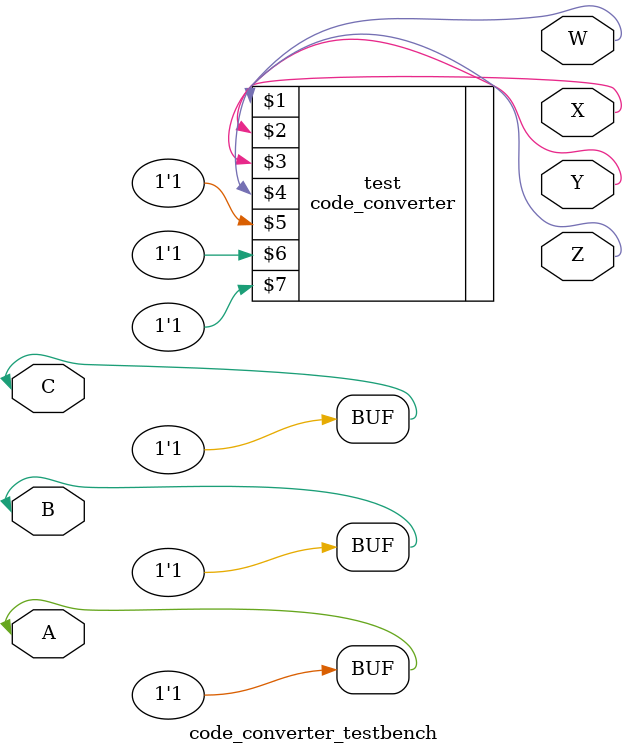
<source format=sv>
`timescale 1ns / 1ps


module code_converter_testbench( output logic W, X, Y, Z,
                                 input logic A, B, C);
       logic A,B,C;
    
       code_converter test(W, X, Y, Z, A, B, C);
       initial begin
           #100;           
           A=0; B=0; C=0;
           #100;
           A=0; B=0; C=1;
           #100;
           A=0; B=1; C=0;
           #100;
           A=0; B=1; C=1;
           #100;
           A=1; B=0; C=0;
           #100;         
           A=1; B=0; C=1;
           #100;        
           A=1; B=1; C=0;
           #100;
           A=1; B=1; C=1;
           #100; 
        end        
endmodule

</source>
